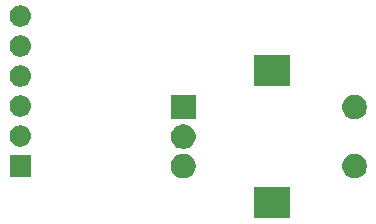
<source format=gbr>
G04 #@! TF.GenerationSoftware,KiCad,Pcbnew,(5.1.4)-1*
G04 #@! TF.CreationDate,2019-11-27T05:32:18-05:00*
G04 #@! TF.ProjectId,Rotary Encoder Breakout Board,526f7461-7279-4204-956e-636f64657220,rev?*
G04 #@! TF.SameCoordinates,Original*
G04 #@! TF.FileFunction,Soldermask,Top*
G04 #@! TF.FilePolarity,Negative*
%FSLAX46Y46*%
G04 Gerber Fmt 4.6, Leading zero omitted, Abs format (unit mm)*
G04 Created by KiCad (PCBNEW (5.1.4)-1) date 2019-11-27 05:32:18*
%MOMM*%
%LPD*%
G04 APERTURE LIST*
%ADD10C,0.100000*%
G04 APERTURE END LIST*
D10*
G36*
X140201000Y-102451000D02*
G01*
X137099000Y-102451000D01*
X137099000Y-99849000D01*
X140201000Y-99849000D01*
X140201000Y-102451000D01*
X140201000Y-102451000D01*
G37*
G36*
X145956564Y-97039389D02*
G01*
X146147833Y-97118615D01*
X146147835Y-97118616D01*
X146184328Y-97143000D01*
X146319973Y-97233635D01*
X146466365Y-97380027D01*
X146581385Y-97552167D01*
X146660611Y-97743436D01*
X146701000Y-97946484D01*
X146701000Y-98153516D01*
X146660611Y-98356564D01*
X146581385Y-98547833D01*
X146581384Y-98547835D01*
X146466365Y-98719973D01*
X146319973Y-98866365D01*
X146147835Y-98981384D01*
X146147834Y-98981385D01*
X146147833Y-98981385D01*
X145956564Y-99060611D01*
X145753516Y-99101000D01*
X145546484Y-99101000D01*
X145343436Y-99060611D01*
X145152167Y-98981385D01*
X145152166Y-98981385D01*
X145152165Y-98981384D01*
X144980027Y-98866365D01*
X144833635Y-98719973D01*
X144718616Y-98547835D01*
X144718615Y-98547833D01*
X144639389Y-98356564D01*
X144599000Y-98153516D01*
X144599000Y-97946484D01*
X144639389Y-97743436D01*
X144718615Y-97552167D01*
X144833635Y-97380027D01*
X144980027Y-97233635D01*
X145115672Y-97143000D01*
X145152165Y-97118616D01*
X145152167Y-97118615D01*
X145343436Y-97039389D01*
X145546484Y-96999000D01*
X145753516Y-96999000D01*
X145956564Y-97039389D01*
X145956564Y-97039389D01*
G37*
G36*
X131456564Y-97039389D02*
G01*
X131647833Y-97118615D01*
X131647835Y-97118616D01*
X131684328Y-97143000D01*
X131819973Y-97233635D01*
X131966365Y-97380027D01*
X132081385Y-97552167D01*
X132160611Y-97743436D01*
X132201000Y-97946484D01*
X132201000Y-98153516D01*
X132160611Y-98356564D01*
X132081385Y-98547833D01*
X132081384Y-98547835D01*
X131966365Y-98719973D01*
X131819973Y-98866365D01*
X131647835Y-98981384D01*
X131647834Y-98981385D01*
X131647833Y-98981385D01*
X131456564Y-99060611D01*
X131253516Y-99101000D01*
X131046484Y-99101000D01*
X130843436Y-99060611D01*
X130652167Y-98981385D01*
X130652166Y-98981385D01*
X130652165Y-98981384D01*
X130480027Y-98866365D01*
X130333635Y-98719973D01*
X130218616Y-98547835D01*
X130218615Y-98547833D01*
X130139389Y-98356564D01*
X130099000Y-98153516D01*
X130099000Y-97946484D01*
X130139389Y-97743436D01*
X130218615Y-97552167D01*
X130333635Y-97380027D01*
X130480027Y-97233635D01*
X130615672Y-97143000D01*
X130652165Y-97118616D01*
X130652167Y-97118615D01*
X130843436Y-97039389D01*
X131046484Y-96999000D01*
X131253516Y-96999000D01*
X131456564Y-97039389D01*
X131456564Y-97039389D01*
G37*
G36*
X118249000Y-98945000D02*
G01*
X116447000Y-98945000D01*
X116447000Y-97143000D01*
X118249000Y-97143000D01*
X118249000Y-98945000D01*
X118249000Y-98945000D01*
G37*
G36*
X131456564Y-94539389D02*
G01*
X131641609Y-94616037D01*
X131647835Y-94618616D01*
X131819973Y-94733635D01*
X131966365Y-94880027D01*
X132047203Y-95001009D01*
X132081385Y-95052167D01*
X132160611Y-95243436D01*
X132201000Y-95446484D01*
X132201000Y-95653516D01*
X132160611Y-95856564D01*
X132098303Y-96006989D01*
X132081384Y-96047835D01*
X131966365Y-96219973D01*
X131819973Y-96366365D01*
X131647835Y-96481384D01*
X131647834Y-96481385D01*
X131647833Y-96481385D01*
X131456564Y-96560611D01*
X131253516Y-96601000D01*
X131046484Y-96601000D01*
X130843436Y-96560611D01*
X130652167Y-96481385D01*
X130652166Y-96481385D01*
X130652165Y-96481384D01*
X130480027Y-96366365D01*
X130333635Y-96219973D01*
X130218616Y-96047835D01*
X130201697Y-96006989D01*
X130139389Y-95856564D01*
X130099000Y-95653516D01*
X130099000Y-95446484D01*
X130139389Y-95243436D01*
X130218615Y-95052167D01*
X130252798Y-95001009D01*
X130333635Y-94880027D01*
X130480027Y-94733635D01*
X130652165Y-94618616D01*
X130658391Y-94616037D01*
X130843436Y-94539389D01*
X131046484Y-94499000D01*
X131253516Y-94499000D01*
X131456564Y-94539389D01*
X131456564Y-94539389D01*
G37*
G36*
X117458442Y-94609518D02*
G01*
X117524627Y-94616037D01*
X117694466Y-94667557D01*
X117850991Y-94751222D01*
X117886729Y-94780552D01*
X117988186Y-94863814D01*
X118071448Y-94965271D01*
X118100778Y-95001009D01*
X118184443Y-95157534D01*
X118235963Y-95327373D01*
X118253359Y-95504000D01*
X118235963Y-95680627D01*
X118184443Y-95850466D01*
X118100778Y-96006991D01*
X118071448Y-96042729D01*
X117988186Y-96144186D01*
X117895838Y-96219973D01*
X117850991Y-96256778D01*
X117694466Y-96340443D01*
X117524627Y-96391963D01*
X117458442Y-96398482D01*
X117392260Y-96405000D01*
X117303740Y-96405000D01*
X117237558Y-96398482D01*
X117171373Y-96391963D01*
X117001534Y-96340443D01*
X116845009Y-96256778D01*
X116800162Y-96219973D01*
X116707814Y-96144186D01*
X116624552Y-96042729D01*
X116595222Y-96006991D01*
X116511557Y-95850466D01*
X116460037Y-95680627D01*
X116442641Y-95504000D01*
X116460037Y-95327373D01*
X116511557Y-95157534D01*
X116595222Y-95001009D01*
X116624552Y-94965271D01*
X116707814Y-94863814D01*
X116809271Y-94780552D01*
X116845009Y-94751222D01*
X117001534Y-94667557D01*
X117171373Y-94616037D01*
X117237558Y-94609518D01*
X117303740Y-94603000D01*
X117392260Y-94603000D01*
X117458442Y-94609518D01*
X117458442Y-94609518D01*
G37*
G36*
X132201000Y-94101000D02*
G01*
X130099000Y-94101000D01*
X130099000Y-91999000D01*
X132201000Y-91999000D01*
X132201000Y-94101000D01*
X132201000Y-94101000D01*
G37*
G36*
X145956564Y-92039389D02*
G01*
X146147833Y-92118615D01*
X146147835Y-92118616D01*
X146319973Y-92233635D01*
X146466365Y-92380027D01*
X146581385Y-92552167D01*
X146660611Y-92743436D01*
X146701000Y-92946484D01*
X146701000Y-93153516D01*
X146660611Y-93356564D01*
X146581385Y-93547833D01*
X146581384Y-93547835D01*
X146466365Y-93719973D01*
X146319973Y-93866365D01*
X146147835Y-93981384D01*
X146147834Y-93981385D01*
X146147833Y-93981385D01*
X145956564Y-94060611D01*
X145753516Y-94101000D01*
X145546484Y-94101000D01*
X145343436Y-94060611D01*
X145152167Y-93981385D01*
X145152166Y-93981385D01*
X145152165Y-93981384D01*
X144980027Y-93866365D01*
X144833635Y-93719973D01*
X144718616Y-93547835D01*
X144718615Y-93547833D01*
X144639389Y-93356564D01*
X144599000Y-93153516D01*
X144599000Y-92946484D01*
X144639389Y-92743436D01*
X144718615Y-92552167D01*
X144833635Y-92380027D01*
X144980027Y-92233635D01*
X145152165Y-92118616D01*
X145152167Y-92118615D01*
X145343436Y-92039389D01*
X145546484Y-91999000D01*
X145753516Y-91999000D01*
X145956564Y-92039389D01*
X145956564Y-92039389D01*
G37*
G36*
X117458443Y-92069519D02*
G01*
X117524627Y-92076037D01*
X117694466Y-92127557D01*
X117850991Y-92211222D01*
X117878301Y-92233635D01*
X117988186Y-92323814D01*
X118071448Y-92425271D01*
X118100778Y-92461009D01*
X118184443Y-92617534D01*
X118235963Y-92787373D01*
X118253359Y-92964000D01*
X118235963Y-93140627D01*
X118184443Y-93310466D01*
X118100778Y-93466991D01*
X118071448Y-93502729D01*
X117988186Y-93604186D01*
X117886729Y-93687448D01*
X117850991Y-93716778D01*
X117694466Y-93800443D01*
X117524627Y-93851963D01*
X117458443Y-93858481D01*
X117392260Y-93865000D01*
X117303740Y-93865000D01*
X117237557Y-93858481D01*
X117171373Y-93851963D01*
X117001534Y-93800443D01*
X116845009Y-93716778D01*
X116809271Y-93687448D01*
X116707814Y-93604186D01*
X116624552Y-93502729D01*
X116595222Y-93466991D01*
X116511557Y-93310466D01*
X116460037Y-93140627D01*
X116442641Y-92964000D01*
X116460037Y-92787373D01*
X116511557Y-92617534D01*
X116595222Y-92461009D01*
X116624552Y-92425271D01*
X116707814Y-92323814D01*
X116817699Y-92233635D01*
X116845009Y-92211222D01*
X117001534Y-92127557D01*
X117171373Y-92076037D01*
X117237557Y-92069519D01*
X117303740Y-92063000D01*
X117392260Y-92063000D01*
X117458443Y-92069519D01*
X117458443Y-92069519D01*
G37*
G36*
X117458442Y-89529518D02*
G01*
X117524627Y-89536037D01*
X117694466Y-89587557D01*
X117850991Y-89671222D01*
X117886729Y-89700552D01*
X117988186Y-89783814D01*
X118071448Y-89885271D01*
X118100778Y-89921009D01*
X118184443Y-90077534D01*
X118235963Y-90247373D01*
X118253359Y-90424000D01*
X118235963Y-90600627D01*
X118184443Y-90770466D01*
X118100778Y-90926991D01*
X118071448Y-90962729D01*
X117988186Y-91064186D01*
X117886729Y-91147448D01*
X117850991Y-91176778D01*
X117850989Y-91176779D01*
X117712133Y-91251000D01*
X117694466Y-91260443D01*
X117524627Y-91311963D01*
X117458443Y-91318481D01*
X117392260Y-91325000D01*
X117303740Y-91325000D01*
X117237557Y-91318481D01*
X117171373Y-91311963D01*
X117001534Y-91260443D01*
X116983868Y-91251000D01*
X116845011Y-91176779D01*
X116845009Y-91176778D01*
X116809271Y-91147448D01*
X116707814Y-91064186D01*
X116624552Y-90962729D01*
X116595222Y-90926991D01*
X116511557Y-90770466D01*
X116460037Y-90600627D01*
X116442641Y-90424000D01*
X116460037Y-90247373D01*
X116511557Y-90077534D01*
X116595222Y-89921009D01*
X116624552Y-89885271D01*
X116707814Y-89783814D01*
X116809271Y-89700552D01*
X116845009Y-89671222D01*
X117001534Y-89587557D01*
X117171373Y-89536037D01*
X117237558Y-89529518D01*
X117303740Y-89523000D01*
X117392260Y-89523000D01*
X117458442Y-89529518D01*
X117458442Y-89529518D01*
G37*
G36*
X140201000Y-91251000D02*
G01*
X137099000Y-91251000D01*
X137099000Y-88649000D01*
X140201000Y-88649000D01*
X140201000Y-91251000D01*
X140201000Y-91251000D01*
G37*
G36*
X117458443Y-86989519D02*
G01*
X117524627Y-86996037D01*
X117694466Y-87047557D01*
X117850991Y-87131222D01*
X117886729Y-87160552D01*
X117988186Y-87243814D01*
X118071448Y-87345271D01*
X118100778Y-87381009D01*
X118184443Y-87537534D01*
X118235963Y-87707373D01*
X118253359Y-87884000D01*
X118235963Y-88060627D01*
X118184443Y-88230466D01*
X118100778Y-88386991D01*
X118071448Y-88422729D01*
X117988186Y-88524186D01*
X117886729Y-88607448D01*
X117850991Y-88636778D01*
X117694466Y-88720443D01*
X117524627Y-88771963D01*
X117458442Y-88778482D01*
X117392260Y-88785000D01*
X117303740Y-88785000D01*
X117237558Y-88778482D01*
X117171373Y-88771963D01*
X117001534Y-88720443D01*
X116845009Y-88636778D01*
X116809271Y-88607448D01*
X116707814Y-88524186D01*
X116624552Y-88422729D01*
X116595222Y-88386991D01*
X116511557Y-88230466D01*
X116460037Y-88060627D01*
X116442641Y-87884000D01*
X116460037Y-87707373D01*
X116511557Y-87537534D01*
X116595222Y-87381009D01*
X116624552Y-87345271D01*
X116707814Y-87243814D01*
X116809271Y-87160552D01*
X116845009Y-87131222D01*
X117001534Y-87047557D01*
X117171373Y-86996037D01*
X117237557Y-86989519D01*
X117303740Y-86983000D01*
X117392260Y-86983000D01*
X117458443Y-86989519D01*
X117458443Y-86989519D01*
G37*
G36*
X117458442Y-84449518D02*
G01*
X117524627Y-84456037D01*
X117694466Y-84507557D01*
X117850991Y-84591222D01*
X117886729Y-84620552D01*
X117988186Y-84703814D01*
X118071448Y-84805271D01*
X118100778Y-84841009D01*
X118184443Y-84997534D01*
X118235963Y-85167373D01*
X118253359Y-85344000D01*
X118235963Y-85520627D01*
X118184443Y-85690466D01*
X118100778Y-85846991D01*
X118071448Y-85882729D01*
X117988186Y-85984186D01*
X117886729Y-86067448D01*
X117850991Y-86096778D01*
X117694466Y-86180443D01*
X117524627Y-86231963D01*
X117458442Y-86238482D01*
X117392260Y-86245000D01*
X117303740Y-86245000D01*
X117237558Y-86238482D01*
X117171373Y-86231963D01*
X117001534Y-86180443D01*
X116845009Y-86096778D01*
X116809271Y-86067448D01*
X116707814Y-85984186D01*
X116624552Y-85882729D01*
X116595222Y-85846991D01*
X116511557Y-85690466D01*
X116460037Y-85520627D01*
X116442641Y-85344000D01*
X116460037Y-85167373D01*
X116511557Y-84997534D01*
X116595222Y-84841009D01*
X116624552Y-84805271D01*
X116707814Y-84703814D01*
X116809271Y-84620552D01*
X116845009Y-84591222D01*
X117001534Y-84507557D01*
X117171373Y-84456037D01*
X117237558Y-84449518D01*
X117303740Y-84443000D01*
X117392260Y-84443000D01*
X117458442Y-84449518D01*
X117458442Y-84449518D01*
G37*
M02*

</source>
